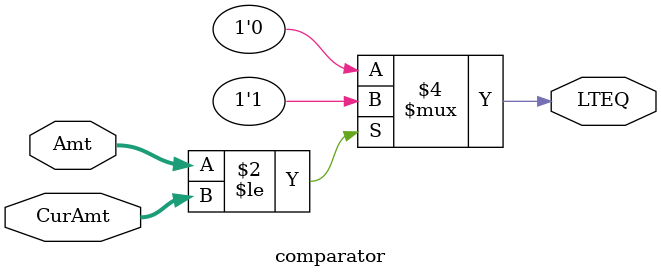
<source format=v>
module comparator(Amt, CurAmt, LTEQ);
	input [7:0] Amt, CurAmt;
	output reg LTEQ;
	
	always @(*) begin
		if (Amt <= CurAmt) begin
			LTEQ = 1'b1;
		end
		else begin
			LTEQ = 1'b0;
		end
	end
endmodule
			
</source>
